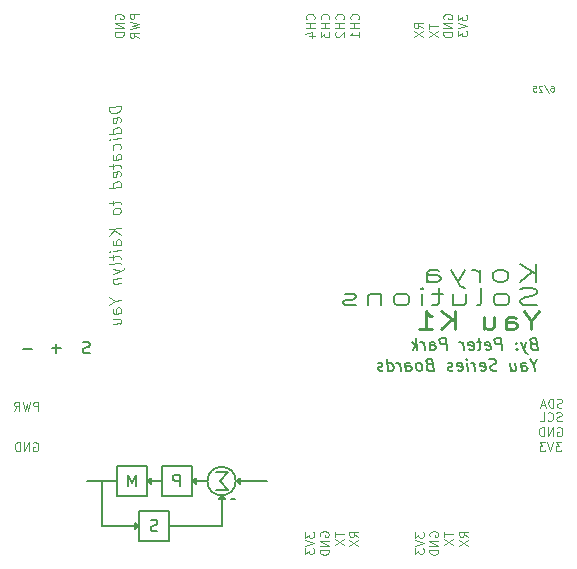
<source format=gbr>
G04 #@! TF.GenerationSoftware,KiCad,Pcbnew,9.0.2*
G04 #@! TF.CreationDate,2025-06-16T10:28:11-04:00*
G04 #@! TF.ProjectId,avionicsboard,6176696f-6e69-4637-9362-6f6172642e6b,rev?*
G04 #@! TF.SameCoordinates,Original*
G04 #@! TF.FileFunction,Legend,Bot*
G04 #@! TF.FilePolarity,Positive*
%FSLAX46Y46*%
G04 Gerber Fmt 4.6, Leading zero omitted, Abs format (unit mm)*
G04 Created by KiCad (PCBNEW 9.0.2) date 2025-06-16 10:28:11*
%MOMM*%
%LPD*%
G01*
G04 APERTURE LIST*
%ADD10C,0.150000*%
%ADD11C,0.100000*%
%ADD12C,0.250000*%
%ADD13C,0.200000*%
%ADD14C,0.125000*%
G04 APERTURE END LIST*
D10*
X32639000Y-60286900D02*
X30099000Y-60286900D01*
X33909000Y-60286900D02*
X33909000Y-62826900D01*
X38481000Y-60794900D02*
X39497000Y-60794900D01*
X40513000Y-61810900D02*
X40259000Y-61556900D01*
X42799000Y-61556900D02*
X40259000Y-61556900D01*
X36830000Y-61810900D02*
X36576000Y-61556900D01*
X39243000Y-63080900D02*
X38989000Y-62826900D01*
X36576000Y-61556900D02*
X36830000Y-61302900D01*
X32639000Y-62826900D02*
X32639000Y-61556900D01*
X31623000Y-65620900D02*
X31877000Y-65366900D01*
X30099000Y-60286900D02*
X30099000Y-62826900D01*
X31623000Y-65112900D02*
X31623000Y-65620900D01*
X40259000Y-61556900D02*
X40513000Y-61302900D01*
X36830000Y-61302900D02*
X36830000Y-61810900D01*
X40187116Y-61556900D02*
G75*
G02*
X37790884Y-61556900I-1198116J0D01*
G01*
X37790884Y-61556900D02*
G75*
G02*
X40187116Y-61556900I1198116J0D01*
G01*
X39751000Y-63080900D02*
X40132000Y-63080900D01*
X38989000Y-65366900D02*
X38989000Y-62755015D01*
X34544000Y-65366900D02*
X38989000Y-65366900D01*
X33020000Y-61302900D02*
X33020000Y-61810900D01*
X27559000Y-61556900D02*
X30099000Y-61556900D01*
X34544000Y-66636900D02*
X32004000Y-66636900D01*
X32639000Y-61556900D02*
X32639000Y-60286900D01*
X33909000Y-61556900D02*
X32639000Y-61556900D01*
X36449000Y-62826900D02*
X36449000Y-61556900D01*
X38735000Y-63080900D02*
X39243000Y-63080900D01*
X28829000Y-61556900D02*
X28829000Y-65366900D01*
X30099000Y-62826900D02*
X32639000Y-62826900D01*
X33909000Y-62826900D02*
X36449000Y-62826900D01*
X36449000Y-60286900D02*
X33909000Y-60286900D01*
X36449000Y-61556900D02*
X36449000Y-60286900D01*
X37790885Y-61556900D02*
X36449000Y-61556900D01*
X34544000Y-64096900D02*
X34544000Y-66636900D01*
X38989000Y-62826900D02*
X38735000Y-63080900D01*
X32004000Y-65366900D02*
X32004000Y-64096900D01*
X39497000Y-62318900D02*
X38481000Y-62318900D01*
X38862000Y-61556900D02*
X39497000Y-62318900D01*
X39497000Y-60794900D02*
X38862000Y-61556900D01*
X40513000Y-61302900D02*
X40513000Y-61810900D01*
X32004000Y-66636900D02*
X32004000Y-65366900D01*
X28829000Y-65366900D02*
X32004000Y-65366900D01*
X31877000Y-65366900D02*
X31623000Y-65112900D01*
X32766000Y-61556900D02*
X33020000Y-61302900D01*
X33020000Y-61810900D02*
X32766000Y-61556900D01*
X32004000Y-64096900D02*
X34544000Y-64096900D01*
D11*
X55344764Y-65873428D02*
X55344764Y-66337714D01*
X55344764Y-66337714D02*
X55630478Y-66087714D01*
X55630478Y-66087714D02*
X55630478Y-66194857D01*
X55630478Y-66194857D02*
X55666192Y-66266286D01*
X55666192Y-66266286D02*
X55701907Y-66302000D01*
X55701907Y-66302000D02*
X55773335Y-66337714D01*
X55773335Y-66337714D02*
X55951907Y-66337714D01*
X55951907Y-66337714D02*
X56023335Y-66302000D01*
X56023335Y-66302000D02*
X56059050Y-66266286D01*
X56059050Y-66266286D02*
X56094764Y-66194857D01*
X56094764Y-66194857D02*
X56094764Y-65980571D01*
X56094764Y-65980571D02*
X56059050Y-65909143D01*
X56059050Y-65909143D02*
X56023335Y-65873428D01*
X55344764Y-66552000D02*
X56094764Y-66802000D01*
X56094764Y-66802000D02*
X55344764Y-67052000D01*
X55344764Y-67230571D02*
X55344764Y-67694857D01*
X55344764Y-67694857D02*
X55630478Y-67444857D01*
X55630478Y-67444857D02*
X55630478Y-67552000D01*
X55630478Y-67552000D02*
X55666192Y-67623429D01*
X55666192Y-67623429D02*
X55701907Y-67659143D01*
X55701907Y-67659143D02*
X55773335Y-67694857D01*
X55773335Y-67694857D02*
X55951907Y-67694857D01*
X55951907Y-67694857D02*
X56023335Y-67659143D01*
X56023335Y-67659143D02*
X56059050Y-67623429D01*
X56059050Y-67623429D02*
X56094764Y-67552000D01*
X56094764Y-67552000D02*
X56094764Y-67337714D01*
X56094764Y-67337714D02*
X56059050Y-67266286D01*
X56059050Y-67266286D02*
X56023335Y-67230571D01*
X57859364Y-65849571D02*
X57859364Y-66278143D01*
X58609364Y-66063857D02*
X57859364Y-66063857D01*
X57859364Y-66456714D02*
X58609364Y-66956714D01*
X57859364Y-66956714D02*
X58609364Y-66456714D01*
X59853964Y-66295999D02*
X59496821Y-66045999D01*
X59853964Y-65867428D02*
X59103964Y-65867428D01*
X59103964Y-65867428D02*
X59103964Y-66153142D01*
X59103964Y-66153142D02*
X59139678Y-66224571D01*
X59139678Y-66224571D02*
X59175392Y-66260285D01*
X59175392Y-66260285D02*
X59246821Y-66295999D01*
X59246821Y-66295999D02*
X59353964Y-66295999D01*
X59353964Y-66295999D02*
X59425392Y-66260285D01*
X59425392Y-66260285D02*
X59461107Y-66224571D01*
X59461107Y-66224571D02*
X59496821Y-66153142D01*
X59496821Y-66153142D02*
X59496821Y-65867428D01*
X59103964Y-66545999D02*
X59853964Y-67045999D01*
X59103964Y-67045999D02*
X59853964Y-66545999D01*
X56625078Y-66230571D02*
X56589364Y-66159143D01*
X56589364Y-66159143D02*
X56589364Y-66052000D01*
X56589364Y-66052000D02*
X56625078Y-65944857D01*
X56625078Y-65944857D02*
X56696507Y-65873428D01*
X56696507Y-65873428D02*
X56767935Y-65837714D01*
X56767935Y-65837714D02*
X56910792Y-65802000D01*
X56910792Y-65802000D02*
X57017935Y-65802000D01*
X57017935Y-65802000D02*
X57160792Y-65837714D01*
X57160792Y-65837714D02*
X57232221Y-65873428D01*
X57232221Y-65873428D02*
X57303650Y-65944857D01*
X57303650Y-65944857D02*
X57339364Y-66052000D01*
X57339364Y-66052000D02*
X57339364Y-66123428D01*
X57339364Y-66123428D02*
X57303650Y-66230571D01*
X57303650Y-66230571D02*
X57267935Y-66266285D01*
X57267935Y-66266285D02*
X57017935Y-66266285D01*
X57017935Y-66266285D02*
X57017935Y-66123428D01*
X57339364Y-66587714D02*
X56589364Y-66587714D01*
X56589364Y-66587714D02*
X57339364Y-67016285D01*
X57339364Y-67016285D02*
X56589364Y-67016285D01*
X57339364Y-67373428D02*
X56589364Y-67373428D01*
X56589364Y-67373428D02*
X56589364Y-67551999D01*
X56589364Y-67551999D02*
X56625078Y-67659142D01*
X56625078Y-67659142D02*
X56696507Y-67730571D01*
X56696507Y-67730571D02*
X56767935Y-67766285D01*
X56767935Y-67766285D02*
X56910792Y-67801999D01*
X56910792Y-67801999D02*
X57017935Y-67801999D01*
X57017935Y-67801999D02*
X57160792Y-67766285D01*
X57160792Y-67766285D02*
X57232221Y-67730571D01*
X57232221Y-67730571D02*
X57303650Y-67659142D01*
X57303650Y-67659142D02*
X57339364Y-67551999D01*
X57339364Y-67551999D02*
X57339364Y-67373428D01*
D10*
X65369048Y-49931009D02*
X65232143Y-49978628D01*
X65232143Y-49978628D02*
X65190477Y-50026247D01*
X65190477Y-50026247D02*
X65154762Y-50121485D01*
X65154762Y-50121485D02*
X65172620Y-50264342D01*
X65172620Y-50264342D02*
X65232143Y-50359580D01*
X65232143Y-50359580D02*
X65285715Y-50407200D01*
X65285715Y-50407200D02*
X65386905Y-50454819D01*
X65386905Y-50454819D02*
X65767858Y-50454819D01*
X65767858Y-50454819D02*
X65642858Y-49454819D01*
X65642858Y-49454819D02*
X65309524Y-49454819D01*
X65309524Y-49454819D02*
X65220239Y-49502438D01*
X65220239Y-49502438D02*
X65178572Y-49550057D01*
X65178572Y-49550057D02*
X65142858Y-49645295D01*
X65142858Y-49645295D02*
X65154762Y-49740533D01*
X65154762Y-49740533D02*
X65214286Y-49835771D01*
X65214286Y-49835771D02*
X65267858Y-49883390D01*
X65267858Y-49883390D02*
X65369048Y-49931009D01*
X65369048Y-49931009D02*
X65702381Y-49931009D01*
X64779762Y-49788152D02*
X64625001Y-50454819D01*
X64303572Y-49788152D02*
X64625001Y-50454819D01*
X64625001Y-50454819D02*
X64750001Y-50692914D01*
X64750001Y-50692914D02*
X64803572Y-50740533D01*
X64803572Y-50740533D02*
X64904762Y-50788152D01*
X63994048Y-50359580D02*
X63952381Y-50407200D01*
X63952381Y-50407200D02*
X64005953Y-50454819D01*
X64005953Y-50454819D02*
X64047619Y-50407200D01*
X64047619Y-50407200D02*
X63994048Y-50359580D01*
X63994048Y-50359580D02*
X64005953Y-50454819D01*
X63928572Y-49835771D02*
X63886905Y-49883390D01*
X63886905Y-49883390D02*
X63940476Y-49931009D01*
X63940476Y-49931009D02*
X63982143Y-49883390D01*
X63982143Y-49883390D02*
X63928572Y-49835771D01*
X63928572Y-49835771D02*
X63940476Y-49931009D01*
X62767858Y-50454819D02*
X62642858Y-49454819D01*
X62642858Y-49454819D02*
X62261905Y-49454819D01*
X62261905Y-49454819D02*
X62172620Y-49502438D01*
X62172620Y-49502438D02*
X62130953Y-49550057D01*
X62130953Y-49550057D02*
X62095239Y-49645295D01*
X62095239Y-49645295D02*
X62113096Y-49788152D01*
X62113096Y-49788152D02*
X62172620Y-49883390D01*
X62172620Y-49883390D02*
X62226191Y-49931009D01*
X62226191Y-49931009D02*
X62327381Y-49978628D01*
X62327381Y-49978628D02*
X62708334Y-49978628D01*
X61380953Y-50407200D02*
X61482143Y-50454819D01*
X61482143Y-50454819D02*
X61672620Y-50454819D01*
X61672620Y-50454819D02*
X61761905Y-50407200D01*
X61761905Y-50407200D02*
X61797620Y-50311961D01*
X61797620Y-50311961D02*
X61750001Y-49931009D01*
X61750001Y-49931009D02*
X61690477Y-49835771D01*
X61690477Y-49835771D02*
X61589286Y-49788152D01*
X61589286Y-49788152D02*
X61398810Y-49788152D01*
X61398810Y-49788152D02*
X61309524Y-49835771D01*
X61309524Y-49835771D02*
X61273810Y-49931009D01*
X61273810Y-49931009D02*
X61285715Y-50026247D01*
X61285715Y-50026247D02*
X61773810Y-50121485D01*
X60970238Y-49788152D02*
X60589286Y-49788152D01*
X60785715Y-49454819D02*
X60892858Y-50311961D01*
X60892858Y-50311961D02*
X60857143Y-50407200D01*
X60857143Y-50407200D02*
X60767858Y-50454819D01*
X60767858Y-50454819D02*
X60672619Y-50454819D01*
X59952381Y-50407200D02*
X60053571Y-50454819D01*
X60053571Y-50454819D02*
X60244048Y-50454819D01*
X60244048Y-50454819D02*
X60333333Y-50407200D01*
X60333333Y-50407200D02*
X60369048Y-50311961D01*
X60369048Y-50311961D02*
X60321429Y-49931009D01*
X60321429Y-49931009D02*
X60261905Y-49835771D01*
X60261905Y-49835771D02*
X60160714Y-49788152D01*
X60160714Y-49788152D02*
X59970238Y-49788152D01*
X59970238Y-49788152D02*
X59880952Y-49835771D01*
X59880952Y-49835771D02*
X59845238Y-49931009D01*
X59845238Y-49931009D02*
X59857143Y-50026247D01*
X59857143Y-50026247D02*
X60345238Y-50121485D01*
X59482143Y-50454819D02*
X59398809Y-49788152D01*
X59422619Y-49978628D02*
X59363095Y-49883390D01*
X59363095Y-49883390D02*
X59309524Y-49835771D01*
X59309524Y-49835771D02*
X59208333Y-49788152D01*
X59208333Y-49788152D02*
X59113095Y-49788152D01*
X58101190Y-50454819D02*
X57976190Y-49454819D01*
X57976190Y-49454819D02*
X57595237Y-49454819D01*
X57595237Y-49454819D02*
X57505952Y-49502438D01*
X57505952Y-49502438D02*
X57464285Y-49550057D01*
X57464285Y-49550057D02*
X57428571Y-49645295D01*
X57428571Y-49645295D02*
X57446428Y-49788152D01*
X57446428Y-49788152D02*
X57505952Y-49883390D01*
X57505952Y-49883390D02*
X57559523Y-49931009D01*
X57559523Y-49931009D02*
X57660713Y-49978628D01*
X57660713Y-49978628D02*
X58041666Y-49978628D01*
X56672618Y-50454819D02*
X56607142Y-49931009D01*
X56607142Y-49931009D02*
X56642856Y-49835771D01*
X56642856Y-49835771D02*
X56732142Y-49788152D01*
X56732142Y-49788152D02*
X56922618Y-49788152D01*
X56922618Y-49788152D02*
X57023809Y-49835771D01*
X56666666Y-50407200D02*
X56767856Y-50454819D01*
X56767856Y-50454819D02*
X57005952Y-50454819D01*
X57005952Y-50454819D02*
X57095237Y-50407200D01*
X57095237Y-50407200D02*
X57130952Y-50311961D01*
X57130952Y-50311961D02*
X57119047Y-50216723D01*
X57119047Y-50216723D02*
X57059523Y-50121485D01*
X57059523Y-50121485D02*
X56958333Y-50073866D01*
X56958333Y-50073866D02*
X56720237Y-50073866D01*
X56720237Y-50073866D02*
X56619047Y-50026247D01*
X56196428Y-50454819D02*
X56113094Y-49788152D01*
X56136904Y-49978628D02*
X56077380Y-49883390D01*
X56077380Y-49883390D02*
X56023809Y-49835771D01*
X56023809Y-49835771D02*
X55922618Y-49788152D01*
X55922618Y-49788152D02*
X55827380Y-49788152D01*
X55577380Y-50454819D02*
X55452380Y-49454819D01*
X55434523Y-50073866D02*
X55196427Y-50454819D01*
X55113094Y-49788152D02*
X55541665Y-50169104D01*
X35440904Y-62011719D02*
X35440904Y-61011719D01*
X35440904Y-61011719D02*
X35059952Y-61011719D01*
X35059952Y-61011719D02*
X34964714Y-61059338D01*
X34964714Y-61059338D02*
X34917095Y-61106957D01*
X34917095Y-61106957D02*
X34869476Y-61202195D01*
X34869476Y-61202195D02*
X34869476Y-61345052D01*
X34869476Y-61345052D02*
X34917095Y-61440290D01*
X34917095Y-61440290D02*
X34964714Y-61487909D01*
X34964714Y-61487909D02*
X35059952Y-61535528D01*
X35059952Y-61535528D02*
X35440904Y-61535528D01*
X33559713Y-65774100D02*
X33416856Y-65821719D01*
X33416856Y-65821719D02*
X33178761Y-65821719D01*
X33178761Y-65821719D02*
X33083523Y-65774100D01*
X33083523Y-65774100D02*
X33035904Y-65726480D01*
X33035904Y-65726480D02*
X32988285Y-65631242D01*
X32988285Y-65631242D02*
X32988285Y-65536004D01*
X32988285Y-65536004D02*
X33035904Y-65440766D01*
X33035904Y-65440766D02*
X33083523Y-65393147D01*
X33083523Y-65393147D02*
X33178761Y-65345528D01*
X33178761Y-65345528D02*
X33369237Y-65297909D01*
X33369237Y-65297909D02*
X33464475Y-65250290D01*
X33464475Y-65250290D02*
X33512094Y-65202671D01*
X33512094Y-65202671D02*
X33559713Y-65107433D01*
X33559713Y-65107433D02*
X33559713Y-65012195D01*
X33559713Y-65012195D02*
X33512094Y-64916957D01*
X33512094Y-64916957D02*
X33464475Y-64869338D01*
X33464475Y-64869338D02*
X33369237Y-64821719D01*
X33369237Y-64821719D02*
X33131142Y-64821719D01*
X33131142Y-64821719D02*
X32988285Y-64869338D01*
X31702332Y-62011719D02*
X31702332Y-61011719D01*
X31702332Y-61011719D02*
X31368999Y-61726004D01*
X31368999Y-61726004D02*
X31035666Y-61011719D01*
X31035666Y-61011719D02*
X31035666Y-62011719D01*
D11*
X50557564Y-66295999D02*
X50200421Y-66045999D01*
X50557564Y-65867428D02*
X49807564Y-65867428D01*
X49807564Y-65867428D02*
X49807564Y-66153142D01*
X49807564Y-66153142D02*
X49843278Y-66224571D01*
X49843278Y-66224571D02*
X49878992Y-66260285D01*
X49878992Y-66260285D02*
X49950421Y-66295999D01*
X49950421Y-66295999D02*
X50057564Y-66295999D01*
X50057564Y-66295999D02*
X50128992Y-66260285D01*
X50128992Y-66260285D02*
X50164707Y-66224571D01*
X50164707Y-66224571D02*
X50200421Y-66153142D01*
X50200421Y-66153142D02*
X50200421Y-65867428D01*
X49807564Y-66545999D02*
X50557564Y-67045999D01*
X49807564Y-67045999D02*
X50557564Y-66545999D01*
X47354078Y-66230571D02*
X47318364Y-66159143D01*
X47318364Y-66159143D02*
X47318364Y-66052000D01*
X47318364Y-66052000D02*
X47354078Y-65944857D01*
X47354078Y-65944857D02*
X47425507Y-65873428D01*
X47425507Y-65873428D02*
X47496935Y-65837714D01*
X47496935Y-65837714D02*
X47639792Y-65802000D01*
X47639792Y-65802000D02*
X47746935Y-65802000D01*
X47746935Y-65802000D02*
X47889792Y-65837714D01*
X47889792Y-65837714D02*
X47961221Y-65873428D01*
X47961221Y-65873428D02*
X48032650Y-65944857D01*
X48032650Y-65944857D02*
X48068364Y-66052000D01*
X48068364Y-66052000D02*
X48068364Y-66123428D01*
X48068364Y-66123428D02*
X48032650Y-66230571D01*
X48032650Y-66230571D02*
X47996935Y-66266285D01*
X47996935Y-66266285D02*
X47746935Y-66266285D01*
X47746935Y-66266285D02*
X47746935Y-66123428D01*
X48068364Y-66587714D02*
X47318364Y-66587714D01*
X47318364Y-66587714D02*
X48068364Y-67016285D01*
X48068364Y-67016285D02*
X47318364Y-67016285D01*
X48068364Y-67373428D02*
X47318364Y-67373428D01*
X47318364Y-67373428D02*
X47318364Y-67551999D01*
X47318364Y-67551999D02*
X47354078Y-67659142D01*
X47354078Y-67659142D02*
X47425507Y-67730571D01*
X47425507Y-67730571D02*
X47496935Y-67766285D01*
X47496935Y-67766285D02*
X47639792Y-67801999D01*
X47639792Y-67801999D02*
X47746935Y-67801999D01*
X47746935Y-67801999D02*
X47889792Y-67766285D01*
X47889792Y-67766285D02*
X47961221Y-67730571D01*
X47961221Y-67730571D02*
X48032650Y-67659142D01*
X48032650Y-67659142D02*
X48068364Y-67551999D01*
X48068364Y-67551999D02*
X48068364Y-67373428D01*
X46073764Y-65873428D02*
X46073764Y-66337714D01*
X46073764Y-66337714D02*
X46359478Y-66087714D01*
X46359478Y-66087714D02*
X46359478Y-66194857D01*
X46359478Y-66194857D02*
X46395192Y-66266286D01*
X46395192Y-66266286D02*
X46430907Y-66302000D01*
X46430907Y-66302000D02*
X46502335Y-66337714D01*
X46502335Y-66337714D02*
X46680907Y-66337714D01*
X46680907Y-66337714D02*
X46752335Y-66302000D01*
X46752335Y-66302000D02*
X46788050Y-66266286D01*
X46788050Y-66266286D02*
X46823764Y-66194857D01*
X46823764Y-66194857D02*
X46823764Y-65980571D01*
X46823764Y-65980571D02*
X46788050Y-65909143D01*
X46788050Y-65909143D02*
X46752335Y-65873428D01*
X46073764Y-66552000D02*
X46823764Y-66802000D01*
X46823764Y-66802000D02*
X46073764Y-67052000D01*
X46073764Y-67230571D02*
X46073764Y-67694857D01*
X46073764Y-67694857D02*
X46359478Y-67444857D01*
X46359478Y-67444857D02*
X46359478Y-67552000D01*
X46359478Y-67552000D02*
X46395192Y-67623429D01*
X46395192Y-67623429D02*
X46430907Y-67659143D01*
X46430907Y-67659143D02*
X46502335Y-67694857D01*
X46502335Y-67694857D02*
X46680907Y-67694857D01*
X46680907Y-67694857D02*
X46752335Y-67659143D01*
X46752335Y-67659143D02*
X46788050Y-67623429D01*
X46788050Y-67623429D02*
X46823764Y-67552000D01*
X46823764Y-67552000D02*
X46823764Y-67337714D01*
X46823764Y-67337714D02*
X46788050Y-67266286D01*
X46788050Y-67266286D02*
X46752335Y-67230571D01*
X48562964Y-65849571D02*
X48562964Y-66278143D01*
X49312964Y-66063857D02*
X48562964Y-66063857D01*
X48562964Y-66456714D02*
X49312964Y-66956714D01*
X48562964Y-66956714D02*
X49312964Y-66456714D01*
X67730571Y-58265764D02*
X67266285Y-58265764D01*
X67266285Y-58265764D02*
X67516285Y-58551478D01*
X67516285Y-58551478D02*
X67409142Y-58551478D01*
X67409142Y-58551478D02*
X67337714Y-58587192D01*
X67337714Y-58587192D02*
X67301999Y-58622907D01*
X67301999Y-58622907D02*
X67266285Y-58694335D01*
X67266285Y-58694335D02*
X67266285Y-58872907D01*
X67266285Y-58872907D02*
X67301999Y-58944335D01*
X67301999Y-58944335D02*
X67337714Y-58980050D01*
X67337714Y-58980050D02*
X67409142Y-59015764D01*
X67409142Y-59015764D02*
X67623428Y-59015764D01*
X67623428Y-59015764D02*
X67694856Y-58980050D01*
X67694856Y-58980050D02*
X67730571Y-58944335D01*
X67051999Y-58265764D02*
X66801999Y-59015764D01*
X66801999Y-59015764D02*
X66551999Y-58265764D01*
X66373428Y-58265764D02*
X65909142Y-58265764D01*
X65909142Y-58265764D02*
X66159142Y-58551478D01*
X66159142Y-58551478D02*
X66051999Y-58551478D01*
X66051999Y-58551478D02*
X65980571Y-58587192D01*
X65980571Y-58587192D02*
X65944856Y-58622907D01*
X65944856Y-58622907D02*
X65909142Y-58694335D01*
X65909142Y-58694335D02*
X65909142Y-58872907D01*
X65909142Y-58872907D02*
X65944856Y-58944335D01*
X65944856Y-58944335D02*
X65980571Y-58980050D01*
X65980571Y-58980050D02*
X66051999Y-59015764D01*
X66051999Y-59015764D02*
X66266285Y-59015764D01*
X66266285Y-59015764D02*
X66337713Y-58980050D01*
X66337713Y-58980050D02*
X66373428Y-58944335D01*
X67424228Y-57031478D02*
X67495657Y-56995764D01*
X67495657Y-56995764D02*
X67602799Y-56995764D01*
X67602799Y-56995764D02*
X67709942Y-57031478D01*
X67709942Y-57031478D02*
X67781371Y-57102907D01*
X67781371Y-57102907D02*
X67817085Y-57174335D01*
X67817085Y-57174335D02*
X67852799Y-57317192D01*
X67852799Y-57317192D02*
X67852799Y-57424335D01*
X67852799Y-57424335D02*
X67817085Y-57567192D01*
X67817085Y-57567192D02*
X67781371Y-57638621D01*
X67781371Y-57638621D02*
X67709942Y-57710050D01*
X67709942Y-57710050D02*
X67602799Y-57745764D01*
X67602799Y-57745764D02*
X67531371Y-57745764D01*
X67531371Y-57745764D02*
X67424228Y-57710050D01*
X67424228Y-57710050D02*
X67388514Y-57674335D01*
X67388514Y-57674335D02*
X67388514Y-57424335D01*
X67388514Y-57424335D02*
X67531371Y-57424335D01*
X67067085Y-57745764D02*
X67067085Y-56995764D01*
X67067085Y-56995764D02*
X66638514Y-57745764D01*
X66638514Y-57745764D02*
X66638514Y-56995764D01*
X66281371Y-57745764D02*
X66281371Y-56995764D01*
X66281371Y-56995764D02*
X66102800Y-56995764D01*
X66102800Y-56995764D02*
X65995657Y-57031478D01*
X65995657Y-57031478D02*
X65924228Y-57102907D01*
X65924228Y-57102907D02*
X65888514Y-57174335D01*
X65888514Y-57174335D02*
X65852800Y-57317192D01*
X65852800Y-57317192D02*
X65852800Y-57424335D01*
X65852800Y-57424335D02*
X65888514Y-57567192D01*
X65888514Y-57567192D02*
X65924228Y-57638621D01*
X65924228Y-57638621D02*
X65995657Y-57710050D01*
X65995657Y-57710050D02*
X66102800Y-57745764D01*
X66102800Y-57745764D02*
X66281371Y-57745764D01*
X67771056Y-56440050D02*
X67663914Y-56475764D01*
X67663914Y-56475764D02*
X67485342Y-56475764D01*
X67485342Y-56475764D02*
X67413914Y-56440050D01*
X67413914Y-56440050D02*
X67378199Y-56404335D01*
X67378199Y-56404335D02*
X67342485Y-56332907D01*
X67342485Y-56332907D02*
X67342485Y-56261478D01*
X67342485Y-56261478D02*
X67378199Y-56190050D01*
X67378199Y-56190050D02*
X67413914Y-56154335D01*
X67413914Y-56154335D02*
X67485342Y-56118621D01*
X67485342Y-56118621D02*
X67628199Y-56082907D01*
X67628199Y-56082907D02*
X67699628Y-56047192D01*
X67699628Y-56047192D02*
X67735342Y-56011478D01*
X67735342Y-56011478D02*
X67771056Y-55940050D01*
X67771056Y-55940050D02*
X67771056Y-55868621D01*
X67771056Y-55868621D02*
X67735342Y-55797192D01*
X67735342Y-55797192D02*
X67699628Y-55761478D01*
X67699628Y-55761478D02*
X67628199Y-55725764D01*
X67628199Y-55725764D02*
X67449628Y-55725764D01*
X67449628Y-55725764D02*
X67342485Y-55761478D01*
X66592485Y-56404335D02*
X66628199Y-56440050D01*
X66628199Y-56440050D02*
X66735342Y-56475764D01*
X66735342Y-56475764D02*
X66806770Y-56475764D01*
X66806770Y-56475764D02*
X66913913Y-56440050D01*
X66913913Y-56440050D02*
X66985342Y-56368621D01*
X66985342Y-56368621D02*
X67021056Y-56297192D01*
X67021056Y-56297192D02*
X67056770Y-56154335D01*
X67056770Y-56154335D02*
X67056770Y-56047192D01*
X67056770Y-56047192D02*
X67021056Y-55904335D01*
X67021056Y-55904335D02*
X66985342Y-55832907D01*
X66985342Y-55832907D02*
X66913913Y-55761478D01*
X66913913Y-55761478D02*
X66806770Y-55725764D01*
X66806770Y-55725764D02*
X66735342Y-55725764D01*
X66735342Y-55725764D02*
X66628199Y-55761478D01*
X66628199Y-55761478D02*
X66592485Y-55797192D01*
X65913913Y-56475764D02*
X66271056Y-56475764D01*
X66271056Y-56475764D02*
X66271056Y-55725764D01*
X67814313Y-55297050D02*
X67707171Y-55332764D01*
X67707171Y-55332764D02*
X67528599Y-55332764D01*
X67528599Y-55332764D02*
X67457171Y-55297050D01*
X67457171Y-55297050D02*
X67421456Y-55261335D01*
X67421456Y-55261335D02*
X67385742Y-55189907D01*
X67385742Y-55189907D02*
X67385742Y-55118478D01*
X67385742Y-55118478D02*
X67421456Y-55047050D01*
X67421456Y-55047050D02*
X67457171Y-55011335D01*
X67457171Y-55011335D02*
X67528599Y-54975621D01*
X67528599Y-54975621D02*
X67671456Y-54939907D01*
X67671456Y-54939907D02*
X67742885Y-54904192D01*
X67742885Y-54904192D02*
X67778599Y-54868478D01*
X67778599Y-54868478D02*
X67814313Y-54797050D01*
X67814313Y-54797050D02*
X67814313Y-54725621D01*
X67814313Y-54725621D02*
X67778599Y-54654192D01*
X67778599Y-54654192D02*
X67742885Y-54618478D01*
X67742885Y-54618478D02*
X67671456Y-54582764D01*
X67671456Y-54582764D02*
X67492885Y-54582764D01*
X67492885Y-54582764D02*
X67385742Y-54618478D01*
X67064313Y-55332764D02*
X67064313Y-54582764D01*
X67064313Y-54582764D02*
X66885742Y-54582764D01*
X66885742Y-54582764D02*
X66778599Y-54618478D01*
X66778599Y-54618478D02*
X66707170Y-54689907D01*
X66707170Y-54689907D02*
X66671456Y-54761335D01*
X66671456Y-54761335D02*
X66635742Y-54904192D01*
X66635742Y-54904192D02*
X66635742Y-55011335D01*
X66635742Y-55011335D02*
X66671456Y-55154192D01*
X66671456Y-55154192D02*
X66707170Y-55225621D01*
X66707170Y-55225621D02*
X66778599Y-55297050D01*
X66778599Y-55297050D02*
X66885742Y-55332764D01*
X66885742Y-55332764D02*
X67064313Y-55332764D01*
X66350027Y-55118478D02*
X65992885Y-55118478D01*
X66421456Y-55332764D02*
X66171456Y-54582764D01*
X66171456Y-54582764D02*
X65921456Y-55332764D01*
X23478999Y-55586764D02*
X23478999Y-54836764D01*
X23478999Y-54836764D02*
X23193285Y-54836764D01*
X23193285Y-54836764D02*
X23121856Y-54872478D01*
X23121856Y-54872478D02*
X23086142Y-54908192D01*
X23086142Y-54908192D02*
X23050428Y-54979621D01*
X23050428Y-54979621D02*
X23050428Y-55086764D01*
X23050428Y-55086764D02*
X23086142Y-55158192D01*
X23086142Y-55158192D02*
X23121856Y-55193907D01*
X23121856Y-55193907D02*
X23193285Y-55229621D01*
X23193285Y-55229621D02*
X23478999Y-55229621D01*
X22800428Y-54836764D02*
X22621856Y-55586764D01*
X22621856Y-55586764D02*
X22478999Y-55051050D01*
X22478999Y-55051050D02*
X22336142Y-55586764D01*
X22336142Y-55586764D02*
X22157571Y-54836764D01*
X21443285Y-55586764D02*
X21693285Y-55229621D01*
X21871856Y-55586764D02*
X21871856Y-54836764D01*
X21871856Y-54836764D02*
X21586142Y-54836764D01*
X21586142Y-54836764D02*
X21514713Y-54872478D01*
X21514713Y-54872478D02*
X21478999Y-54908192D01*
X21478999Y-54908192D02*
X21443285Y-54979621D01*
X21443285Y-54979621D02*
X21443285Y-55086764D01*
X21443285Y-55086764D02*
X21478999Y-55158192D01*
X21478999Y-55158192D02*
X21514713Y-55193907D01*
X21514713Y-55193907D02*
X21586142Y-55229621D01*
X21586142Y-55229621D02*
X21871856Y-55229621D01*
X23050428Y-58301478D02*
X23121857Y-58265764D01*
X23121857Y-58265764D02*
X23228999Y-58265764D01*
X23228999Y-58265764D02*
X23336142Y-58301478D01*
X23336142Y-58301478D02*
X23407571Y-58372907D01*
X23407571Y-58372907D02*
X23443285Y-58444335D01*
X23443285Y-58444335D02*
X23478999Y-58587192D01*
X23478999Y-58587192D02*
X23478999Y-58694335D01*
X23478999Y-58694335D02*
X23443285Y-58837192D01*
X23443285Y-58837192D02*
X23407571Y-58908621D01*
X23407571Y-58908621D02*
X23336142Y-58980050D01*
X23336142Y-58980050D02*
X23228999Y-59015764D01*
X23228999Y-59015764D02*
X23157571Y-59015764D01*
X23157571Y-59015764D02*
X23050428Y-58980050D01*
X23050428Y-58980050D02*
X23014714Y-58944335D01*
X23014714Y-58944335D02*
X23014714Y-58694335D01*
X23014714Y-58694335D02*
X23157571Y-58694335D01*
X22693285Y-59015764D02*
X22693285Y-58265764D01*
X22693285Y-58265764D02*
X22264714Y-59015764D01*
X22264714Y-59015764D02*
X22264714Y-58265764D01*
X21907571Y-59015764D02*
X21907571Y-58265764D01*
X21907571Y-58265764D02*
X21729000Y-58265764D01*
X21729000Y-58265764D02*
X21621857Y-58301478D01*
X21621857Y-58301478D02*
X21550428Y-58372907D01*
X21550428Y-58372907D02*
X21514714Y-58444335D01*
X21514714Y-58444335D02*
X21479000Y-58587192D01*
X21479000Y-58587192D02*
X21479000Y-58694335D01*
X21479000Y-58694335D02*
X21514714Y-58837192D01*
X21514714Y-58837192D02*
X21550428Y-58908621D01*
X21550428Y-58908621D02*
X21621857Y-58980050D01*
X21621857Y-58980050D02*
X21729000Y-59015764D01*
X21729000Y-59015764D02*
X21907571Y-59015764D01*
X31964764Y-21987000D02*
X31214764Y-21987000D01*
X31214764Y-21987000D02*
X31214764Y-22272714D01*
X31214764Y-22272714D02*
X31250478Y-22344143D01*
X31250478Y-22344143D02*
X31286192Y-22379857D01*
X31286192Y-22379857D02*
X31357621Y-22415571D01*
X31357621Y-22415571D02*
X31464764Y-22415571D01*
X31464764Y-22415571D02*
X31536192Y-22379857D01*
X31536192Y-22379857D02*
X31571907Y-22344143D01*
X31571907Y-22344143D02*
X31607621Y-22272714D01*
X31607621Y-22272714D02*
X31607621Y-21987000D01*
X31214764Y-22665571D02*
X31964764Y-22844143D01*
X31964764Y-22844143D02*
X31429050Y-22987000D01*
X31429050Y-22987000D02*
X31964764Y-23129857D01*
X31964764Y-23129857D02*
X31214764Y-23308429D01*
X31964764Y-24022714D02*
X31607621Y-23772714D01*
X31964764Y-23594143D02*
X31214764Y-23594143D01*
X31214764Y-23594143D02*
X31214764Y-23879857D01*
X31214764Y-23879857D02*
X31250478Y-23951286D01*
X31250478Y-23951286D02*
X31286192Y-23987000D01*
X31286192Y-23987000D02*
X31357621Y-24022714D01*
X31357621Y-24022714D02*
X31464764Y-24022714D01*
X31464764Y-24022714D02*
X31536192Y-23987000D01*
X31536192Y-23987000D02*
X31571907Y-23951286D01*
X31571907Y-23951286D02*
X31607621Y-23879857D01*
X31607621Y-23879857D02*
X31607621Y-23594143D01*
X29980478Y-22415571D02*
X29944764Y-22344143D01*
X29944764Y-22344143D02*
X29944764Y-22237000D01*
X29944764Y-22237000D02*
X29980478Y-22129857D01*
X29980478Y-22129857D02*
X30051907Y-22058428D01*
X30051907Y-22058428D02*
X30123335Y-22022714D01*
X30123335Y-22022714D02*
X30266192Y-21987000D01*
X30266192Y-21987000D02*
X30373335Y-21987000D01*
X30373335Y-21987000D02*
X30516192Y-22022714D01*
X30516192Y-22022714D02*
X30587621Y-22058428D01*
X30587621Y-22058428D02*
X30659050Y-22129857D01*
X30659050Y-22129857D02*
X30694764Y-22237000D01*
X30694764Y-22237000D02*
X30694764Y-22308428D01*
X30694764Y-22308428D02*
X30659050Y-22415571D01*
X30659050Y-22415571D02*
X30623335Y-22451285D01*
X30623335Y-22451285D02*
X30373335Y-22451285D01*
X30373335Y-22451285D02*
X30373335Y-22308428D01*
X30694764Y-22772714D02*
X29944764Y-22772714D01*
X29944764Y-22772714D02*
X30694764Y-23201285D01*
X30694764Y-23201285D02*
X29944764Y-23201285D01*
X30694764Y-23558428D02*
X29944764Y-23558428D01*
X29944764Y-23558428D02*
X29944764Y-23736999D01*
X29944764Y-23736999D02*
X29980478Y-23844142D01*
X29980478Y-23844142D02*
X30051907Y-23915571D01*
X30051907Y-23915571D02*
X30123335Y-23951285D01*
X30123335Y-23951285D02*
X30266192Y-23986999D01*
X30266192Y-23986999D02*
X30373335Y-23986999D01*
X30373335Y-23986999D02*
X30516192Y-23951285D01*
X30516192Y-23951285D02*
X30587621Y-23915571D01*
X30587621Y-23915571D02*
X30659050Y-23844142D01*
X30659050Y-23844142D02*
X30694764Y-23736999D01*
X30694764Y-23736999D02*
X30694764Y-23558428D01*
X57793478Y-22415571D02*
X57757764Y-22344143D01*
X57757764Y-22344143D02*
X57757764Y-22237000D01*
X57757764Y-22237000D02*
X57793478Y-22129857D01*
X57793478Y-22129857D02*
X57864907Y-22058428D01*
X57864907Y-22058428D02*
X57936335Y-22022714D01*
X57936335Y-22022714D02*
X58079192Y-21987000D01*
X58079192Y-21987000D02*
X58186335Y-21987000D01*
X58186335Y-21987000D02*
X58329192Y-22022714D01*
X58329192Y-22022714D02*
X58400621Y-22058428D01*
X58400621Y-22058428D02*
X58472050Y-22129857D01*
X58472050Y-22129857D02*
X58507764Y-22237000D01*
X58507764Y-22237000D02*
X58507764Y-22308428D01*
X58507764Y-22308428D02*
X58472050Y-22415571D01*
X58472050Y-22415571D02*
X58436335Y-22451285D01*
X58436335Y-22451285D02*
X58186335Y-22451285D01*
X58186335Y-22451285D02*
X58186335Y-22308428D01*
X58507764Y-22772714D02*
X57757764Y-22772714D01*
X57757764Y-22772714D02*
X58507764Y-23201285D01*
X58507764Y-23201285D02*
X57757764Y-23201285D01*
X58507764Y-23558428D02*
X57757764Y-23558428D01*
X57757764Y-23558428D02*
X57757764Y-23736999D01*
X57757764Y-23736999D02*
X57793478Y-23844142D01*
X57793478Y-23844142D02*
X57864907Y-23915571D01*
X57864907Y-23915571D02*
X57936335Y-23951285D01*
X57936335Y-23951285D02*
X58079192Y-23986999D01*
X58079192Y-23986999D02*
X58186335Y-23986999D01*
X58186335Y-23986999D02*
X58329192Y-23951285D01*
X58329192Y-23951285D02*
X58400621Y-23915571D01*
X58400621Y-23915571D02*
X58472050Y-23844142D01*
X58472050Y-23844142D02*
X58507764Y-23736999D01*
X58507764Y-23736999D02*
X58507764Y-23558428D01*
X59027764Y-22058428D02*
X59027764Y-22522714D01*
X59027764Y-22522714D02*
X59313478Y-22272714D01*
X59313478Y-22272714D02*
X59313478Y-22379857D01*
X59313478Y-22379857D02*
X59349192Y-22451286D01*
X59349192Y-22451286D02*
X59384907Y-22487000D01*
X59384907Y-22487000D02*
X59456335Y-22522714D01*
X59456335Y-22522714D02*
X59634907Y-22522714D01*
X59634907Y-22522714D02*
X59706335Y-22487000D01*
X59706335Y-22487000D02*
X59742050Y-22451286D01*
X59742050Y-22451286D02*
X59777764Y-22379857D01*
X59777764Y-22379857D02*
X59777764Y-22165571D01*
X59777764Y-22165571D02*
X59742050Y-22094143D01*
X59742050Y-22094143D02*
X59706335Y-22058428D01*
X59027764Y-22737000D02*
X59777764Y-22987000D01*
X59777764Y-22987000D02*
X59027764Y-23237000D01*
X59027764Y-23415571D02*
X59027764Y-23879857D01*
X59027764Y-23879857D02*
X59313478Y-23629857D01*
X59313478Y-23629857D02*
X59313478Y-23737000D01*
X59313478Y-23737000D02*
X59349192Y-23808429D01*
X59349192Y-23808429D02*
X59384907Y-23844143D01*
X59384907Y-23844143D02*
X59456335Y-23879857D01*
X59456335Y-23879857D02*
X59634907Y-23879857D01*
X59634907Y-23879857D02*
X59706335Y-23844143D01*
X59706335Y-23844143D02*
X59742050Y-23808429D01*
X59742050Y-23808429D02*
X59777764Y-23737000D01*
X59777764Y-23737000D02*
X59777764Y-23522714D01*
X59777764Y-23522714D02*
X59742050Y-23451286D01*
X59742050Y-23451286D02*
X59706335Y-23415571D01*
X56538564Y-22847371D02*
X56538564Y-23275943D01*
X57288564Y-23061657D02*
X56538564Y-23061657D01*
X56538564Y-23454514D02*
X57288564Y-23954514D01*
X56538564Y-23954514D02*
X57288564Y-23454514D01*
X56018564Y-23204899D02*
X55661421Y-22954899D01*
X56018564Y-22776328D02*
X55268564Y-22776328D01*
X55268564Y-22776328D02*
X55268564Y-23062042D01*
X55268564Y-23062042D02*
X55304278Y-23133471D01*
X55304278Y-23133471D02*
X55339992Y-23169185D01*
X55339992Y-23169185D02*
X55411421Y-23204899D01*
X55411421Y-23204899D02*
X55518564Y-23204899D01*
X55518564Y-23204899D02*
X55589992Y-23169185D01*
X55589992Y-23169185D02*
X55625707Y-23133471D01*
X55625707Y-23133471D02*
X55661421Y-23062042D01*
X55661421Y-23062042D02*
X55661421Y-22776328D01*
X55268564Y-23454899D02*
X56018564Y-23954899D01*
X55268564Y-23954899D02*
X56018564Y-23454899D01*
X50562335Y-22469142D02*
X50598050Y-22433428D01*
X50598050Y-22433428D02*
X50633764Y-22326285D01*
X50633764Y-22326285D02*
X50633764Y-22254857D01*
X50633764Y-22254857D02*
X50598050Y-22147714D01*
X50598050Y-22147714D02*
X50526621Y-22076285D01*
X50526621Y-22076285D02*
X50455192Y-22040571D01*
X50455192Y-22040571D02*
X50312335Y-22004857D01*
X50312335Y-22004857D02*
X50205192Y-22004857D01*
X50205192Y-22004857D02*
X50062335Y-22040571D01*
X50062335Y-22040571D02*
X49990907Y-22076285D01*
X49990907Y-22076285D02*
X49919478Y-22147714D01*
X49919478Y-22147714D02*
X49883764Y-22254857D01*
X49883764Y-22254857D02*
X49883764Y-22326285D01*
X49883764Y-22326285D02*
X49919478Y-22433428D01*
X49919478Y-22433428D02*
X49955192Y-22469142D01*
X50633764Y-22790571D02*
X49883764Y-22790571D01*
X50240907Y-22790571D02*
X50240907Y-23219142D01*
X50633764Y-23219142D02*
X49883764Y-23219142D01*
X50633764Y-23969142D02*
X50633764Y-23540571D01*
X50633764Y-23754856D02*
X49883764Y-23754856D01*
X49883764Y-23754856D02*
X49990907Y-23683428D01*
X49990907Y-23683428D02*
X50062335Y-23611999D01*
X50062335Y-23611999D02*
X50098050Y-23540571D01*
X49292335Y-22469142D02*
X49328050Y-22433428D01*
X49328050Y-22433428D02*
X49363764Y-22326285D01*
X49363764Y-22326285D02*
X49363764Y-22254857D01*
X49363764Y-22254857D02*
X49328050Y-22147714D01*
X49328050Y-22147714D02*
X49256621Y-22076285D01*
X49256621Y-22076285D02*
X49185192Y-22040571D01*
X49185192Y-22040571D02*
X49042335Y-22004857D01*
X49042335Y-22004857D02*
X48935192Y-22004857D01*
X48935192Y-22004857D02*
X48792335Y-22040571D01*
X48792335Y-22040571D02*
X48720907Y-22076285D01*
X48720907Y-22076285D02*
X48649478Y-22147714D01*
X48649478Y-22147714D02*
X48613764Y-22254857D01*
X48613764Y-22254857D02*
X48613764Y-22326285D01*
X48613764Y-22326285D02*
X48649478Y-22433428D01*
X48649478Y-22433428D02*
X48685192Y-22469142D01*
X49363764Y-22790571D02*
X48613764Y-22790571D01*
X48970907Y-22790571D02*
X48970907Y-23219142D01*
X49363764Y-23219142D02*
X48613764Y-23219142D01*
X48685192Y-23540571D02*
X48649478Y-23576285D01*
X48649478Y-23576285D02*
X48613764Y-23647714D01*
X48613764Y-23647714D02*
X48613764Y-23826285D01*
X48613764Y-23826285D02*
X48649478Y-23897714D01*
X48649478Y-23897714D02*
X48685192Y-23933428D01*
X48685192Y-23933428D02*
X48756621Y-23969142D01*
X48756621Y-23969142D02*
X48828050Y-23969142D01*
X48828050Y-23969142D02*
X48935192Y-23933428D01*
X48935192Y-23933428D02*
X49363764Y-23504856D01*
X49363764Y-23504856D02*
X49363764Y-23969142D01*
X48047735Y-22469142D02*
X48083450Y-22433428D01*
X48083450Y-22433428D02*
X48119164Y-22326285D01*
X48119164Y-22326285D02*
X48119164Y-22254857D01*
X48119164Y-22254857D02*
X48083450Y-22147714D01*
X48083450Y-22147714D02*
X48012021Y-22076285D01*
X48012021Y-22076285D02*
X47940592Y-22040571D01*
X47940592Y-22040571D02*
X47797735Y-22004857D01*
X47797735Y-22004857D02*
X47690592Y-22004857D01*
X47690592Y-22004857D02*
X47547735Y-22040571D01*
X47547735Y-22040571D02*
X47476307Y-22076285D01*
X47476307Y-22076285D02*
X47404878Y-22147714D01*
X47404878Y-22147714D02*
X47369164Y-22254857D01*
X47369164Y-22254857D02*
X47369164Y-22326285D01*
X47369164Y-22326285D02*
X47404878Y-22433428D01*
X47404878Y-22433428D02*
X47440592Y-22469142D01*
X48119164Y-22790571D02*
X47369164Y-22790571D01*
X47726307Y-22790571D02*
X47726307Y-23219142D01*
X48119164Y-23219142D02*
X47369164Y-23219142D01*
X47369164Y-23504856D02*
X47369164Y-23969142D01*
X47369164Y-23969142D02*
X47654878Y-23719142D01*
X47654878Y-23719142D02*
X47654878Y-23826285D01*
X47654878Y-23826285D02*
X47690592Y-23897714D01*
X47690592Y-23897714D02*
X47726307Y-23933428D01*
X47726307Y-23933428D02*
X47797735Y-23969142D01*
X47797735Y-23969142D02*
X47976307Y-23969142D01*
X47976307Y-23969142D02*
X48047735Y-23933428D01*
X48047735Y-23933428D02*
X48083450Y-23897714D01*
X48083450Y-23897714D02*
X48119164Y-23826285D01*
X48119164Y-23826285D02*
X48119164Y-23611999D01*
X48119164Y-23611999D02*
X48083450Y-23540571D01*
X48083450Y-23540571D02*
X48047735Y-23504856D01*
X46803135Y-22469142D02*
X46838850Y-22433428D01*
X46838850Y-22433428D02*
X46874564Y-22326285D01*
X46874564Y-22326285D02*
X46874564Y-22254857D01*
X46874564Y-22254857D02*
X46838850Y-22147714D01*
X46838850Y-22147714D02*
X46767421Y-22076285D01*
X46767421Y-22076285D02*
X46695992Y-22040571D01*
X46695992Y-22040571D02*
X46553135Y-22004857D01*
X46553135Y-22004857D02*
X46445992Y-22004857D01*
X46445992Y-22004857D02*
X46303135Y-22040571D01*
X46303135Y-22040571D02*
X46231707Y-22076285D01*
X46231707Y-22076285D02*
X46160278Y-22147714D01*
X46160278Y-22147714D02*
X46124564Y-22254857D01*
X46124564Y-22254857D02*
X46124564Y-22326285D01*
X46124564Y-22326285D02*
X46160278Y-22433428D01*
X46160278Y-22433428D02*
X46195992Y-22469142D01*
X46874564Y-22790571D02*
X46124564Y-22790571D01*
X46481707Y-22790571D02*
X46481707Y-23219142D01*
X46874564Y-23219142D02*
X46124564Y-23219142D01*
X46374564Y-23897714D02*
X46874564Y-23897714D01*
X46088850Y-23719142D02*
X46624564Y-23540571D01*
X46624564Y-23540571D02*
X46624564Y-24004856D01*
X66886056Y-28072509D02*
X66981294Y-28072509D01*
X66981294Y-28072509D02*
X67028913Y-28096319D01*
X67028913Y-28096319D02*
X67052723Y-28120128D01*
X67052723Y-28120128D02*
X67100342Y-28191557D01*
X67100342Y-28191557D02*
X67124151Y-28286795D01*
X67124151Y-28286795D02*
X67124151Y-28477271D01*
X67124151Y-28477271D02*
X67100342Y-28524890D01*
X67100342Y-28524890D02*
X67076532Y-28548700D01*
X67076532Y-28548700D02*
X67028913Y-28572509D01*
X67028913Y-28572509D02*
X66933675Y-28572509D01*
X66933675Y-28572509D02*
X66886056Y-28548700D01*
X66886056Y-28548700D02*
X66862247Y-28524890D01*
X66862247Y-28524890D02*
X66838437Y-28477271D01*
X66838437Y-28477271D02*
X66838437Y-28358223D01*
X66838437Y-28358223D02*
X66862247Y-28310604D01*
X66862247Y-28310604D02*
X66886056Y-28286795D01*
X66886056Y-28286795D02*
X66933675Y-28262985D01*
X66933675Y-28262985D02*
X67028913Y-28262985D01*
X67028913Y-28262985D02*
X67076532Y-28286795D01*
X67076532Y-28286795D02*
X67100342Y-28310604D01*
X67100342Y-28310604D02*
X67124151Y-28358223D01*
X66267009Y-28048700D02*
X66695580Y-28691557D01*
X66124151Y-28120128D02*
X66100342Y-28096319D01*
X66100342Y-28096319D02*
X66052723Y-28072509D01*
X66052723Y-28072509D02*
X65933675Y-28072509D01*
X65933675Y-28072509D02*
X65886056Y-28096319D01*
X65886056Y-28096319D02*
X65862247Y-28120128D01*
X65862247Y-28120128D02*
X65838437Y-28167747D01*
X65838437Y-28167747D02*
X65838437Y-28215366D01*
X65838437Y-28215366D02*
X65862247Y-28286795D01*
X65862247Y-28286795D02*
X66147961Y-28572509D01*
X66147961Y-28572509D02*
X65838437Y-28572509D01*
X65386057Y-28072509D02*
X65624152Y-28072509D01*
X65624152Y-28072509D02*
X65647961Y-28310604D01*
X65647961Y-28310604D02*
X65624152Y-28286795D01*
X65624152Y-28286795D02*
X65576533Y-28262985D01*
X65576533Y-28262985D02*
X65457485Y-28262985D01*
X65457485Y-28262985D02*
X65409866Y-28286795D01*
X65409866Y-28286795D02*
X65386057Y-28310604D01*
X65386057Y-28310604D02*
X65362247Y-28358223D01*
X65362247Y-28358223D02*
X65362247Y-28477271D01*
X65362247Y-28477271D02*
X65386057Y-28524890D01*
X65386057Y-28524890D02*
X65409866Y-28548700D01*
X65409866Y-28548700D02*
X65457485Y-28572509D01*
X65457485Y-28572509D02*
X65576533Y-28572509D01*
X65576533Y-28572509D02*
X65624152Y-28548700D01*
X65624152Y-28548700D02*
X65647961Y-28524890D01*
D10*
X25008633Y-50672951D02*
X25008633Y-49911047D01*
X24627680Y-50291999D02*
X25389585Y-50291999D01*
X22923451Y-50365866D02*
X22161547Y-50365866D01*
X27819313Y-50699200D02*
X27676456Y-50746819D01*
X27676456Y-50746819D02*
X27438361Y-50746819D01*
X27438361Y-50746819D02*
X27343123Y-50699200D01*
X27343123Y-50699200D02*
X27295504Y-50651580D01*
X27295504Y-50651580D02*
X27247885Y-50556342D01*
X27247885Y-50556342D02*
X27247885Y-50461104D01*
X27247885Y-50461104D02*
X27295504Y-50365866D01*
X27295504Y-50365866D02*
X27343123Y-50318247D01*
X27343123Y-50318247D02*
X27438361Y-50270628D01*
X27438361Y-50270628D02*
X27628837Y-50223009D01*
X27628837Y-50223009D02*
X27724075Y-50175390D01*
X27724075Y-50175390D02*
X27771694Y-50127771D01*
X27771694Y-50127771D02*
X27819313Y-50032533D01*
X27819313Y-50032533D02*
X27819313Y-49937295D01*
X27819313Y-49937295D02*
X27771694Y-49842057D01*
X27771694Y-49842057D02*
X27724075Y-49794438D01*
X27724075Y-49794438D02*
X27628837Y-49746819D01*
X27628837Y-49746819D02*
X27390742Y-49746819D01*
X27390742Y-49746819D02*
X27247885Y-49794438D01*
D12*
X65223810Y-47966642D02*
X65223810Y-48680928D01*
X65890476Y-47180928D02*
X65223810Y-47966642D01*
X65223810Y-47966642D02*
X64557143Y-47180928D01*
X63033333Y-48680928D02*
X63033333Y-47895214D01*
X63033333Y-47895214D02*
X63128571Y-47752357D01*
X63128571Y-47752357D02*
X63319047Y-47680928D01*
X63319047Y-47680928D02*
X63700000Y-47680928D01*
X63700000Y-47680928D02*
X63890476Y-47752357D01*
X63033333Y-48609500D02*
X63223809Y-48680928D01*
X63223809Y-48680928D02*
X63700000Y-48680928D01*
X63700000Y-48680928D02*
X63890476Y-48609500D01*
X63890476Y-48609500D02*
X63985714Y-48466642D01*
X63985714Y-48466642D02*
X63985714Y-48323785D01*
X63985714Y-48323785D02*
X63890476Y-48180928D01*
X63890476Y-48180928D02*
X63700000Y-48109500D01*
X63700000Y-48109500D02*
X63223809Y-48109500D01*
X63223809Y-48109500D02*
X63033333Y-48038071D01*
X61223809Y-47680928D02*
X61223809Y-48680928D01*
X62080952Y-47680928D02*
X62080952Y-48466642D01*
X62080952Y-48466642D02*
X61985714Y-48609500D01*
X61985714Y-48609500D02*
X61795238Y-48680928D01*
X61795238Y-48680928D02*
X61509523Y-48680928D01*
X61509523Y-48680928D02*
X61319047Y-48609500D01*
X61319047Y-48609500D02*
X61223809Y-48538071D01*
X58747618Y-48680928D02*
X58747618Y-47180928D01*
X57604761Y-48680928D02*
X58461904Y-47823785D01*
X57604761Y-47180928D02*
X58747618Y-48038071D01*
X55699999Y-48680928D02*
X56842856Y-48680928D01*
X56271428Y-48680928D02*
X56271428Y-47180928D01*
X56271428Y-47180928D02*
X56461904Y-47395214D01*
X56461904Y-47395214D02*
X56652380Y-47538071D01*
X56652380Y-47538071D02*
X56842856Y-47609500D01*
D13*
X65714285Y-46612100D02*
X65357142Y-46683528D01*
X65357142Y-46683528D02*
X64761904Y-46683528D01*
X64761904Y-46683528D02*
X64523809Y-46612100D01*
X64523809Y-46612100D02*
X64404761Y-46540671D01*
X64404761Y-46540671D02*
X64285714Y-46397814D01*
X64285714Y-46397814D02*
X64285714Y-46254957D01*
X64285714Y-46254957D02*
X64404761Y-46112100D01*
X64404761Y-46112100D02*
X64523809Y-46040671D01*
X64523809Y-46040671D02*
X64761904Y-45969242D01*
X64761904Y-45969242D02*
X65238095Y-45897814D01*
X65238095Y-45897814D02*
X65476190Y-45826385D01*
X65476190Y-45826385D02*
X65595237Y-45754957D01*
X65595237Y-45754957D02*
X65714285Y-45612100D01*
X65714285Y-45612100D02*
X65714285Y-45469242D01*
X65714285Y-45469242D02*
X65595237Y-45326385D01*
X65595237Y-45326385D02*
X65476190Y-45254957D01*
X65476190Y-45254957D02*
X65238095Y-45183528D01*
X65238095Y-45183528D02*
X64642856Y-45183528D01*
X64642856Y-45183528D02*
X64285714Y-45254957D01*
X62857143Y-46683528D02*
X63095238Y-46612100D01*
X63095238Y-46612100D02*
X63214285Y-46540671D01*
X63214285Y-46540671D02*
X63333333Y-46397814D01*
X63333333Y-46397814D02*
X63333333Y-45969242D01*
X63333333Y-45969242D02*
X63214285Y-45826385D01*
X63214285Y-45826385D02*
X63095238Y-45754957D01*
X63095238Y-45754957D02*
X62857143Y-45683528D01*
X62857143Y-45683528D02*
X62500000Y-45683528D01*
X62500000Y-45683528D02*
X62261904Y-45754957D01*
X62261904Y-45754957D02*
X62142857Y-45826385D01*
X62142857Y-45826385D02*
X62023809Y-45969242D01*
X62023809Y-45969242D02*
X62023809Y-46397814D01*
X62023809Y-46397814D02*
X62142857Y-46540671D01*
X62142857Y-46540671D02*
X62261904Y-46612100D01*
X62261904Y-46612100D02*
X62500000Y-46683528D01*
X62500000Y-46683528D02*
X62857143Y-46683528D01*
X60595238Y-46683528D02*
X60833333Y-46612100D01*
X60833333Y-46612100D02*
X60952380Y-46469242D01*
X60952380Y-46469242D02*
X60952380Y-45183528D01*
X58571428Y-45683528D02*
X58571428Y-46683528D01*
X59642856Y-45683528D02*
X59642856Y-46469242D01*
X59642856Y-46469242D02*
X59523809Y-46612100D01*
X59523809Y-46612100D02*
X59285714Y-46683528D01*
X59285714Y-46683528D02*
X58928571Y-46683528D01*
X58928571Y-46683528D02*
X58690475Y-46612100D01*
X58690475Y-46612100D02*
X58571428Y-46540671D01*
X57738094Y-45683528D02*
X56785713Y-45683528D01*
X57380951Y-45183528D02*
X57380951Y-46469242D01*
X57380951Y-46469242D02*
X57261904Y-46612100D01*
X57261904Y-46612100D02*
X57023809Y-46683528D01*
X57023809Y-46683528D02*
X56785713Y-46683528D01*
X55952380Y-46683528D02*
X55952380Y-45683528D01*
X55952380Y-45183528D02*
X56071428Y-45254957D01*
X56071428Y-45254957D02*
X55952380Y-45326385D01*
X55952380Y-45326385D02*
X55833333Y-45254957D01*
X55833333Y-45254957D02*
X55952380Y-45183528D01*
X55952380Y-45183528D02*
X55952380Y-45326385D01*
X54404762Y-46683528D02*
X54642857Y-46612100D01*
X54642857Y-46612100D02*
X54761904Y-46540671D01*
X54761904Y-46540671D02*
X54880952Y-46397814D01*
X54880952Y-46397814D02*
X54880952Y-45969242D01*
X54880952Y-45969242D02*
X54761904Y-45826385D01*
X54761904Y-45826385D02*
X54642857Y-45754957D01*
X54642857Y-45754957D02*
X54404762Y-45683528D01*
X54404762Y-45683528D02*
X54047619Y-45683528D01*
X54047619Y-45683528D02*
X53809523Y-45754957D01*
X53809523Y-45754957D02*
X53690476Y-45826385D01*
X53690476Y-45826385D02*
X53571428Y-45969242D01*
X53571428Y-45969242D02*
X53571428Y-46397814D01*
X53571428Y-46397814D02*
X53690476Y-46540671D01*
X53690476Y-46540671D02*
X53809523Y-46612100D01*
X53809523Y-46612100D02*
X54047619Y-46683528D01*
X54047619Y-46683528D02*
X54404762Y-46683528D01*
X52499999Y-45683528D02*
X52499999Y-46683528D01*
X52499999Y-45826385D02*
X52380952Y-45754957D01*
X52380952Y-45754957D02*
X52142857Y-45683528D01*
X52142857Y-45683528D02*
X51785714Y-45683528D01*
X51785714Y-45683528D02*
X51547618Y-45754957D01*
X51547618Y-45754957D02*
X51428571Y-45897814D01*
X51428571Y-45897814D02*
X51428571Y-46683528D01*
X50357142Y-46612100D02*
X50119047Y-46683528D01*
X50119047Y-46683528D02*
X49642856Y-46683528D01*
X49642856Y-46683528D02*
X49404761Y-46612100D01*
X49404761Y-46612100D02*
X49285713Y-46469242D01*
X49285713Y-46469242D02*
X49285713Y-46397814D01*
X49285713Y-46397814D02*
X49404761Y-46254957D01*
X49404761Y-46254957D02*
X49642856Y-46183528D01*
X49642856Y-46183528D02*
X49999999Y-46183528D01*
X49999999Y-46183528D02*
X50238094Y-46112100D01*
X50238094Y-46112100D02*
X50357142Y-45969242D01*
X50357142Y-45969242D02*
X50357142Y-45897814D01*
X50357142Y-45897814D02*
X50238094Y-45754957D01*
X50238094Y-45754957D02*
X49999999Y-45683528D01*
X49999999Y-45683528D02*
X49642856Y-45683528D01*
X49642856Y-45683528D02*
X49404761Y-45754957D01*
X65642856Y-44683528D02*
X65642856Y-43183528D01*
X64214285Y-44683528D02*
X65285714Y-43826385D01*
X64214285Y-43183528D02*
X65642856Y-44040671D01*
X62785714Y-44683528D02*
X63023809Y-44612100D01*
X63023809Y-44612100D02*
X63142856Y-44540671D01*
X63142856Y-44540671D02*
X63261904Y-44397814D01*
X63261904Y-44397814D02*
X63261904Y-43969242D01*
X63261904Y-43969242D02*
X63142856Y-43826385D01*
X63142856Y-43826385D02*
X63023809Y-43754957D01*
X63023809Y-43754957D02*
X62785714Y-43683528D01*
X62785714Y-43683528D02*
X62428571Y-43683528D01*
X62428571Y-43683528D02*
X62190475Y-43754957D01*
X62190475Y-43754957D02*
X62071428Y-43826385D01*
X62071428Y-43826385D02*
X61952380Y-43969242D01*
X61952380Y-43969242D02*
X61952380Y-44397814D01*
X61952380Y-44397814D02*
X62071428Y-44540671D01*
X62071428Y-44540671D02*
X62190475Y-44612100D01*
X62190475Y-44612100D02*
X62428571Y-44683528D01*
X62428571Y-44683528D02*
X62785714Y-44683528D01*
X60880951Y-44683528D02*
X60880951Y-43683528D01*
X60880951Y-43969242D02*
X60761904Y-43826385D01*
X60761904Y-43826385D02*
X60642856Y-43754957D01*
X60642856Y-43754957D02*
X60404761Y-43683528D01*
X60404761Y-43683528D02*
X60166666Y-43683528D01*
X59571428Y-43683528D02*
X58976190Y-44683528D01*
X58380951Y-43683528D02*
X58976190Y-44683528D01*
X58976190Y-44683528D02*
X59214285Y-45040671D01*
X59214285Y-45040671D02*
X59333332Y-45112100D01*
X59333332Y-45112100D02*
X59571428Y-45183528D01*
X56357142Y-44683528D02*
X56357142Y-43897814D01*
X56357142Y-43897814D02*
X56476189Y-43754957D01*
X56476189Y-43754957D02*
X56714285Y-43683528D01*
X56714285Y-43683528D02*
X57190475Y-43683528D01*
X57190475Y-43683528D02*
X57428570Y-43754957D01*
X56357142Y-44612100D02*
X56595237Y-44683528D01*
X56595237Y-44683528D02*
X57190475Y-44683528D01*
X57190475Y-44683528D02*
X57428570Y-44612100D01*
X57428570Y-44612100D02*
X57547618Y-44469242D01*
X57547618Y-44469242D02*
X57547618Y-44326385D01*
X57547618Y-44326385D02*
X57428570Y-44183528D01*
X57428570Y-44183528D02*
X57190475Y-44112100D01*
X57190475Y-44112100D02*
X56595237Y-44112100D01*
X56595237Y-44112100D02*
X56357142Y-44040671D01*
D14*
X30456119Y-29779760D02*
X29456119Y-29904760D01*
X29456119Y-29904760D02*
X29456119Y-30142856D01*
X29456119Y-30142856D02*
X29503738Y-30279760D01*
X29503738Y-30279760D02*
X29598976Y-30363094D01*
X29598976Y-30363094D02*
X29694214Y-30398808D01*
X29694214Y-30398808D02*
X29884690Y-30422618D01*
X29884690Y-30422618D02*
X30027547Y-30404760D01*
X30027547Y-30404760D02*
X30218023Y-30333332D01*
X30218023Y-30333332D02*
X30313261Y-30273808D01*
X30313261Y-30273808D02*
X30408500Y-30166665D01*
X30408500Y-30166665D02*
X30456119Y-30017856D01*
X30456119Y-30017856D02*
X30456119Y-29779760D01*
X30408500Y-31166665D02*
X30456119Y-31065475D01*
X30456119Y-31065475D02*
X30456119Y-30874998D01*
X30456119Y-30874998D02*
X30408500Y-30785713D01*
X30408500Y-30785713D02*
X30313261Y-30749998D01*
X30313261Y-30749998D02*
X29932309Y-30797618D01*
X29932309Y-30797618D02*
X29837071Y-30857141D01*
X29837071Y-30857141D02*
X29789452Y-30958332D01*
X29789452Y-30958332D02*
X29789452Y-31148808D01*
X29789452Y-31148808D02*
X29837071Y-31238094D01*
X29837071Y-31238094D02*
X29932309Y-31273808D01*
X29932309Y-31273808D02*
X30027547Y-31261903D01*
X30027547Y-31261903D02*
X30122785Y-30773808D01*
X30456119Y-32065475D02*
X29456119Y-32190475D01*
X30408500Y-32071427D02*
X30456119Y-31970237D01*
X30456119Y-31970237D02*
X30456119Y-31779761D01*
X30456119Y-31779761D02*
X30408500Y-31690475D01*
X30408500Y-31690475D02*
X30360880Y-31648808D01*
X30360880Y-31648808D02*
X30265642Y-31613094D01*
X30265642Y-31613094D02*
X29979928Y-31648808D01*
X29979928Y-31648808D02*
X29884690Y-31708332D01*
X29884690Y-31708332D02*
X29837071Y-31761903D01*
X29837071Y-31761903D02*
X29789452Y-31863094D01*
X29789452Y-31863094D02*
X29789452Y-32053570D01*
X29789452Y-32053570D02*
X29837071Y-32142856D01*
X30456119Y-32541665D02*
X29789452Y-32624999D01*
X29456119Y-32666665D02*
X29503738Y-32613094D01*
X29503738Y-32613094D02*
X29551357Y-32654761D01*
X29551357Y-32654761D02*
X29503738Y-32708332D01*
X29503738Y-32708332D02*
X29456119Y-32666665D01*
X29456119Y-32666665D02*
X29551357Y-32654761D01*
X30408500Y-33452379D02*
X30456119Y-33351189D01*
X30456119Y-33351189D02*
X30456119Y-33160713D01*
X30456119Y-33160713D02*
X30408500Y-33071427D01*
X30408500Y-33071427D02*
X30360880Y-33029760D01*
X30360880Y-33029760D02*
X30265642Y-32994046D01*
X30265642Y-32994046D02*
X29979928Y-33029760D01*
X29979928Y-33029760D02*
X29884690Y-33089284D01*
X29884690Y-33089284D02*
X29837071Y-33142855D01*
X29837071Y-33142855D02*
X29789452Y-33244046D01*
X29789452Y-33244046D02*
X29789452Y-33434522D01*
X29789452Y-33434522D02*
X29837071Y-33523808D01*
X30456119Y-34303570D02*
X29932309Y-34369046D01*
X29932309Y-34369046D02*
X29837071Y-34333332D01*
X29837071Y-34333332D02*
X29789452Y-34244046D01*
X29789452Y-34244046D02*
X29789452Y-34053570D01*
X29789452Y-34053570D02*
X29837071Y-33952379D01*
X30408500Y-34309522D02*
X30456119Y-34208332D01*
X30456119Y-34208332D02*
X30456119Y-33970236D01*
X30456119Y-33970236D02*
X30408500Y-33880951D01*
X30408500Y-33880951D02*
X30313261Y-33845236D01*
X30313261Y-33845236D02*
X30218023Y-33857141D01*
X30218023Y-33857141D02*
X30122785Y-33916665D01*
X30122785Y-33916665D02*
X30075166Y-34017856D01*
X30075166Y-34017856D02*
X30075166Y-34255951D01*
X30075166Y-34255951D02*
X30027547Y-34357141D01*
X29789452Y-34720237D02*
X29789452Y-35101189D01*
X29456119Y-34904760D02*
X30313261Y-34797618D01*
X30313261Y-34797618D02*
X30408500Y-34833332D01*
X30408500Y-34833332D02*
X30456119Y-34922618D01*
X30456119Y-34922618D02*
X30456119Y-35017856D01*
X30408500Y-35738094D02*
X30456119Y-35636904D01*
X30456119Y-35636904D02*
X30456119Y-35446427D01*
X30456119Y-35446427D02*
X30408500Y-35357142D01*
X30408500Y-35357142D02*
X30313261Y-35321427D01*
X30313261Y-35321427D02*
X29932309Y-35369047D01*
X29932309Y-35369047D02*
X29837071Y-35428570D01*
X29837071Y-35428570D02*
X29789452Y-35529761D01*
X29789452Y-35529761D02*
X29789452Y-35720237D01*
X29789452Y-35720237D02*
X29837071Y-35809523D01*
X29837071Y-35809523D02*
X29932309Y-35845237D01*
X29932309Y-35845237D02*
X30027547Y-35833332D01*
X30027547Y-35833332D02*
X30122785Y-35345237D01*
X30456119Y-36636904D02*
X29456119Y-36761904D01*
X30408500Y-36642856D02*
X30456119Y-36541666D01*
X30456119Y-36541666D02*
X30456119Y-36351190D01*
X30456119Y-36351190D02*
X30408500Y-36261904D01*
X30408500Y-36261904D02*
X30360880Y-36220237D01*
X30360880Y-36220237D02*
X30265642Y-36184523D01*
X30265642Y-36184523D02*
X29979928Y-36220237D01*
X29979928Y-36220237D02*
X29884690Y-36279761D01*
X29884690Y-36279761D02*
X29837071Y-36333332D01*
X29837071Y-36333332D02*
X29789452Y-36434523D01*
X29789452Y-36434523D02*
X29789452Y-36624999D01*
X29789452Y-36624999D02*
X29837071Y-36714285D01*
X29789452Y-37815476D02*
X29789452Y-38196428D01*
X29456119Y-37999999D02*
X30313261Y-37892857D01*
X30313261Y-37892857D02*
X30408500Y-37928571D01*
X30408500Y-37928571D02*
X30456119Y-38017857D01*
X30456119Y-38017857D02*
X30456119Y-38113095D01*
X30456119Y-38589286D02*
X30408500Y-38500000D01*
X30408500Y-38500000D02*
X30360880Y-38458333D01*
X30360880Y-38458333D02*
X30265642Y-38422619D01*
X30265642Y-38422619D02*
X29979928Y-38458333D01*
X29979928Y-38458333D02*
X29884690Y-38517857D01*
X29884690Y-38517857D02*
X29837071Y-38571428D01*
X29837071Y-38571428D02*
X29789452Y-38672619D01*
X29789452Y-38672619D02*
X29789452Y-38815476D01*
X29789452Y-38815476D02*
X29837071Y-38904762D01*
X29837071Y-38904762D02*
X29884690Y-38946428D01*
X29884690Y-38946428D02*
X29979928Y-38982143D01*
X29979928Y-38982143D02*
X30265642Y-38946428D01*
X30265642Y-38946428D02*
X30360880Y-38886905D01*
X30360880Y-38886905D02*
X30408500Y-38833333D01*
X30408500Y-38833333D02*
X30456119Y-38732143D01*
X30456119Y-38732143D02*
X30456119Y-38589286D01*
X30456119Y-40113095D02*
X29456119Y-40238095D01*
X30456119Y-40684524D02*
X29884690Y-40327381D01*
X29456119Y-40809524D02*
X30027547Y-40166667D01*
X30456119Y-41541667D02*
X29932309Y-41607143D01*
X29932309Y-41607143D02*
X29837071Y-41571429D01*
X29837071Y-41571429D02*
X29789452Y-41482143D01*
X29789452Y-41482143D02*
X29789452Y-41291667D01*
X29789452Y-41291667D02*
X29837071Y-41190476D01*
X30408500Y-41547619D02*
X30456119Y-41446429D01*
X30456119Y-41446429D02*
X30456119Y-41208333D01*
X30456119Y-41208333D02*
X30408500Y-41119048D01*
X30408500Y-41119048D02*
X30313261Y-41083333D01*
X30313261Y-41083333D02*
X30218023Y-41095238D01*
X30218023Y-41095238D02*
X30122785Y-41154762D01*
X30122785Y-41154762D02*
X30075166Y-41255953D01*
X30075166Y-41255953D02*
X30075166Y-41494048D01*
X30075166Y-41494048D02*
X30027547Y-41595238D01*
X30456119Y-42017857D02*
X29789452Y-42101191D01*
X29456119Y-42142857D02*
X29503738Y-42089286D01*
X29503738Y-42089286D02*
X29551357Y-42130953D01*
X29551357Y-42130953D02*
X29503738Y-42184524D01*
X29503738Y-42184524D02*
X29456119Y-42142857D01*
X29456119Y-42142857D02*
X29551357Y-42130953D01*
X29789452Y-42434524D02*
X29789452Y-42815476D01*
X29456119Y-42619047D02*
X30313261Y-42511905D01*
X30313261Y-42511905D02*
X30408500Y-42547619D01*
X30408500Y-42547619D02*
X30456119Y-42636905D01*
X30456119Y-42636905D02*
X30456119Y-42732143D01*
X30456119Y-43208334D02*
X30408500Y-43119048D01*
X30408500Y-43119048D02*
X30313261Y-43083334D01*
X30313261Y-43083334D02*
X29456119Y-43190476D01*
X29789452Y-43577382D02*
X30456119Y-43732144D01*
X29789452Y-44053572D02*
X30456119Y-43732144D01*
X30456119Y-43732144D02*
X30694214Y-43607144D01*
X30694214Y-43607144D02*
X30741833Y-43553572D01*
X30741833Y-43553572D02*
X30789452Y-43452382D01*
X29789452Y-44434525D02*
X30456119Y-44351191D01*
X29884690Y-44422620D02*
X29837071Y-44476191D01*
X29837071Y-44476191D02*
X29789452Y-44577382D01*
X29789452Y-44577382D02*
X29789452Y-44720239D01*
X29789452Y-44720239D02*
X29837071Y-44809525D01*
X29837071Y-44809525D02*
X29932309Y-44845239D01*
X29932309Y-44845239D02*
X30456119Y-44779763D01*
X29979928Y-46267858D02*
X30456119Y-46208335D01*
X29456119Y-46000001D02*
X29979928Y-46267858D01*
X29979928Y-46267858D02*
X29456119Y-46666668D01*
X30456119Y-47303573D02*
X29932309Y-47369049D01*
X29932309Y-47369049D02*
X29837071Y-47333335D01*
X29837071Y-47333335D02*
X29789452Y-47244049D01*
X29789452Y-47244049D02*
X29789452Y-47053573D01*
X29789452Y-47053573D02*
X29837071Y-46952382D01*
X30408500Y-47309525D02*
X30456119Y-47208335D01*
X30456119Y-47208335D02*
X30456119Y-46970239D01*
X30456119Y-46970239D02*
X30408500Y-46880954D01*
X30408500Y-46880954D02*
X30313261Y-46845239D01*
X30313261Y-46845239D02*
X30218023Y-46857144D01*
X30218023Y-46857144D02*
X30122785Y-46916668D01*
X30122785Y-46916668D02*
X30075166Y-47017859D01*
X30075166Y-47017859D02*
X30075166Y-47255954D01*
X30075166Y-47255954D02*
X30027547Y-47357144D01*
X29789452Y-48291668D02*
X30456119Y-48208335D01*
X29789452Y-47863097D02*
X30313261Y-47797621D01*
X30313261Y-47797621D02*
X30408500Y-47833335D01*
X30408500Y-47833335D02*
X30456119Y-47922621D01*
X30456119Y-47922621D02*
X30456119Y-48065478D01*
X30456119Y-48065478D02*
X30408500Y-48166668D01*
X30408500Y-48166668D02*
X30360880Y-48220240D01*
D10*
X65470239Y-51728628D02*
X65529762Y-52204819D01*
X65738096Y-51204819D02*
X65470239Y-51728628D01*
X65470239Y-51728628D02*
X65071429Y-51204819D01*
X64434524Y-52204819D02*
X64369048Y-51681009D01*
X64369048Y-51681009D02*
X64404762Y-51585771D01*
X64404762Y-51585771D02*
X64494048Y-51538152D01*
X64494048Y-51538152D02*
X64684524Y-51538152D01*
X64684524Y-51538152D02*
X64785715Y-51585771D01*
X64428572Y-52157200D02*
X64529762Y-52204819D01*
X64529762Y-52204819D02*
X64767858Y-52204819D01*
X64767858Y-52204819D02*
X64857143Y-52157200D01*
X64857143Y-52157200D02*
X64892858Y-52061961D01*
X64892858Y-52061961D02*
X64880953Y-51966723D01*
X64880953Y-51966723D02*
X64821429Y-51871485D01*
X64821429Y-51871485D02*
X64720239Y-51823866D01*
X64720239Y-51823866D02*
X64482143Y-51823866D01*
X64482143Y-51823866D02*
X64380953Y-51776247D01*
X63446429Y-51538152D02*
X63529762Y-52204819D01*
X63875000Y-51538152D02*
X63940477Y-52061961D01*
X63940477Y-52061961D02*
X63904762Y-52157200D01*
X63904762Y-52157200D02*
X63815477Y-52204819D01*
X63815477Y-52204819D02*
X63672619Y-52204819D01*
X63672619Y-52204819D02*
X63571429Y-52157200D01*
X63571429Y-52157200D02*
X63517857Y-52109580D01*
X62333333Y-52157200D02*
X62196429Y-52204819D01*
X62196429Y-52204819D02*
X61958333Y-52204819D01*
X61958333Y-52204819D02*
X61857143Y-52157200D01*
X61857143Y-52157200D02*
X61803571Y-52109580D01*
X61803571Y-52109580D02*
X61744048Y-52014342D01*
X61744048Y-52014342D02*
X61732143Y-51919104D01*
X61732143Y-51919104D02*
X61767857Y-51823866D01*
X61767857Y-51823866D02*
X61809524Y-51776247D01*
X61809524Y-51776247D02*
X61898810Y-51728628D01*
X61898810Y-51728628D02*
X62083333Y-51681009D01*
X62083333Y-51681009D02*
X62172619Y-51633390D01*
X62172619Y-51633390D02*
X62214286Y-51585771D01*
X62214286Y-51585771D02*
X62250000Y-51490533D01*
X62250000Y-51490533D02*
X62238095Y-51395295D01*
X62238095Y-51395295D02*
X62178571Y-51300057D01*
X62178571Y-51300057D02*
X62125000Y-51252438D01*
X62125000Y-51252438D02*
X62023810Y-51204819D01*
X62023810Y-51204819D02*
X61785714Y-51204819D01*
X61785714Y-51204819D02*
X61648810Y-51252438D01*
X60952381Y-52157200D02*
X61053571Y-52204819D01*
X61053571Y-52204819D02*
X61244048Y-52204819D01*
X61244048Y-52204819D02*
X61333333Y-52157200D01*
X61333333Y-52157200D02*
X61369048Y-52061961D01*
X61369048Y-52061961D02*
X61321429Y-51681009D01*
X61321429Y-51681009D02*
X61261905Y-51585771D01*
X61261905Y-51585771D02*
X61160714Y-51538152D01*
X61160714Y-51538152D02*
X60970238Y-51538152D01*
X60970238Y-51538152D02*
X60880952Y-51585771D01*
X60880952Y-51585771D02*
X60845238Y-51681009D01*
X60845238Y-51681009D02*
X60857143Y-51776247D01*
X60857143Y-51776247D02*
X61345238Y-51871485D01*
X60482143Y-52204819D02*
X60398809Y-51538152D01*
X60422619Y-51728628D02*
X60363095Y-51633390D01*
X60363095Y-51633390D02*
X60309524Y-51585771D01*
X60309524Y-51585771D02*
X60208333Y-51538152D01*
X60208333Y-51538152D02*
X60113095Y-51538152D01*
X59863095Y-52204819D02*
X59779761Y-51538152D01*
X59738095Y-51204819D02*
X59791666Y-51252438D01*
X59791666Y-51252438D02*
X59749999Y-51300057D01*
X59749999Y-51300057D02*
X59696428Y-51252438D01*
X59696428Y-51252438D02*
X59738095Y-51204819D01*
X59738095Y-51204819D02*
X59749999Y-51300057D01*
X59000000Y-52157200D02*
X59101190Y-52204819D01*
X59101190Y-52204819D02*
X59291667Y-52204819D01*
X59291667Y-52204819D02*
X59380952Y-52157200D01*
X59380952Y-52157200D02*
X59416667Y-52061961D01*
X59416667Y-52061961D02*
X59369048Y-51681009D01*
X59369048Y-51681009D02*
X59309524Y-51585771D01*
X59309524Y-51585771D02*
X59208333Y-51538152D01*
X59208333Y-51538152D02*
X59017857Y-51538152D01*
X59017857Y-51538152D02*
X58928571Y-51585771D01*
X58928571Y-51585771D02*
X58892857Y-51681009D01*
X58892857Y-51681009D02*
X58904762Y-51776247D01*
X58904762Y-51776247D02*
X59392857Y-51871485D01*
X58571428Y-52157200D02*
X58482143Y-52204819D01*
X58482143Y-52204819D02*
X58291666Y-52204819D01*
X58291666Y-52204819D02*
X58190476Y-52157200D01*
X58190476Y-52157200D02*
X58130952Y-52061961D01*
X58130952Y-52061961D02*
X58125000Y-52014342D01*
X58125000Y-52014342D02*
X58160714Y-51919104D01*
X58160714Y-51919104D02*
X58250000Y-51871485D01*
X58250000Y-51871485D02*
X58392857Y-51871485D01*
X58392857Y-51871485D02*
X58482143Y-51823866D01*
X58482143Y-51823866D02*
X58517857Y-51728628D01*
X58517857Y-51728628D02*
X58511905Y-51681009D01*
X58511905Y-51681009D02*
X58452381Y-51585771D01*
X58452381Y-51585771D02*
X58351190Y-51538152D01*
X58351190Y-51538152D02*
X58208333Y-51538152D01*
X58208333Y-51538152D02*
X58119047Y-51585771D01*
X56559523Y-51681009D02*
X56422618Y-51728628D01*
X56422618Y-51728628D02*
X56380952Y-51776247D01*
X56380952Y-51776247D02*
X56345237Y-51871485D01*
X56345237Y-51871485D02*
X56363095Y-52014342D01*
X56363095Y-52014342D02*
X56422618Y-52109580D01*
X56422618Y-52109580D02*
X56476190Y-52157200D01*
X56476190Y-52157200D02*
X56577380Y-52204819D01*
X56577380Y-52204819D02*
X56958333Y-52204819D01*
X56958333Y-52204819D02*
X56833333Y-51204819D01*
X56833333Y-51204819D02*
X56499999Y-51204819D01*
X56499999Y-51204819D02*
X56410714Y-51252438D01*
X56410714Y-51252438D02*
X56369047Y-51300057D01*
X56369047Y-51300057D02*
X56333333Y-51395295D01*
X56333333Y-51395295D02*
X56345237Y-51490533D01*
X56345237Y-51490533D02*
X56404761Y-51585771D01*
X56404761Y-51585771D02*
X56458333Y-51633390D01*
X56458333Y-51633390D02*
X56559523Y-51681009D01*
X56559523Y-51681009D02*
X56892856Y-51681009D01*
X55815476Y-52204819D02*
X55904761Y-52157200D01*
X55904761Y-52157200D02*
X55946428Y-52109580D01*
X55946428Y-52109580D02*
X55982142Y-52014342D01*
X55982142Y-52014342D02*
X55946428Y-51728628D01*
X55946428Y-51728628D02*
X55886904Y-51633390D01*
X55886904Y-51633390D02*
X55833333Y-51585771D01*
X55833333Y-51585771D02*
X55732142Y-51538152D01*
X55732142Y-51538152D02*
X55589285Y-51538152D01*
X55589285Y-51538152D02*
X55499999Y-51585771D01*
X55499999Y-51585771D02*
X55458333Y-51633390D01*
X55458333Y-51633390D02*
X55422618Y-51728628D01*
X55422618Y-51728628D02*
X55458333Y-52014342D01*
X55458333Y-52014342D02*
X55517856Y-52109580D01*
X55517856Y-52109580D02*
X55571428Y-52157200D01*
X55571428Y-52157200D02*
X55672618Y-52204819D01*
X55672618Y-52204819D02*
X55815476Y-52204819D01*
X54624999Y-52204819D02*
X54559523Y-51681009D01*
X54559523Y-51681009D02*
X54595237Y-51585771D01*
X54595237Y-51585771D02*
X54684523Y-51538152D01*
X54684523Y-51538152D02*
X54874999Y-51538152D01*
X54874999Y-51538152D02*
X54976190Y-51585771D01*
X54619047Y-52157200D02*
X54720237Y-52204819D01*
X54720237Y-52204819D02*
X54958333Y-52204819D01*
X54958333Y-52204819D02*
X55047618Y-52157200D01*
X55047618Y-52157200D02*
X55083333Y-52061961D01*
X55083333Y-52061961D02*
X55071428Y-51966723D01*
X55071428Y-51966723D02*
X55011904Y-51871485D01*
X55011904Y-51871485D02*
X54910714Y-51823866D01*
X54910714Y-51823866D02*
X54672618Y-51823866D01*
X54672618Y-51823866D02*
X54571428Y-51776247D01*
X54148809Y-52204819D02*
X54065475Y-51538152D01*
X54089285Y-51728628D02*
X54029761Y-51633390D01*
X54029761Y-51633390D02*
X53976190Y-51585771D01*
X53976190Y-51585771D02*
X53874999Y-51538152D01*
X53874999Y-51538152D02*
X53779761Y-51538152D01*
X53101189Y-52204819D02*
X52976189Y-51204819D01*
X53095237Y-52157200D02*
X53196427Y-52204819D01*
X53196427Y-52204819D02*
X53386904Y-52204819D01*
X53386904Y-52204819D02*
X53476189Y-52157200D01*
X53476189Y-52157200D02*
X53517856Y-52109580D01*
X53517856Y-52109580D02*
X53553570Y-52014342D01*
X53553570Y-52014342D02*
X53517856Y-51728628D01*
X53517856Y-51728628D02*
X53458332Y-51633390D01*
X53458332Y-51633390D02*
X53404761Y-51585771D01*
X53404761Y-51585771D02*
X53303570Y-51538152D01*
X53303570Y-51538152D02*
X53113094Y-51538152D01*
X53113094Y-51538152D02*
X53023808Y-51585771D01*
X52666665Y-52157200D02*
X52577380Y-52204819D01*
X52577380Y-52204819D02*
X52386903Y-52204819D01*
X52386903Y-52204819D02*
X52285713Y-52157200D01*
X52285713Y-52157200D02*
X52226189Y-52061961D01*
X52226189Y-52061961D02*
X52220237Y-52014342D01*
X52220237Y-52014342D02*
X52255951Y-51919104D01*
X52255951Y-51919104D02*
X52345237Y-51871485D01*
X52345237Y-51871485D02*
X52488094Y-51871485D01*
X52488094Y-51871485D02*
X52577380Y-51823866D01*
X52577380Y-51823866D02*
X52613094Y-51728628D01*
X52613094Y-51728628D02*
X52607142Y-51681009D01*
X52607142Y-51681009D02*
X52547618Y-51585771D01*
X52547618Y-51585771D02*
X52446427Y-51538152D01*
X52446427Y-51538152D02*
X52303570Y-51538152D01*
X52303570Y-51538152D02*
X52214284Y-51585771D01*
M02*

</source>
